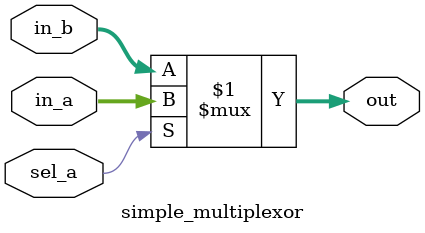
<source format=sv>
module simple_multiplexor#(parameter WIDTH = 8)(
        input logic              sel_a  ,    
        input logic  [WIDTH-1:0] in_a   , 
                                 in_b   ,
        output logic [WIDTH-1:0] out
);
    assign out = sel_a ? in_a : in_b ;
endmodule
</source>
